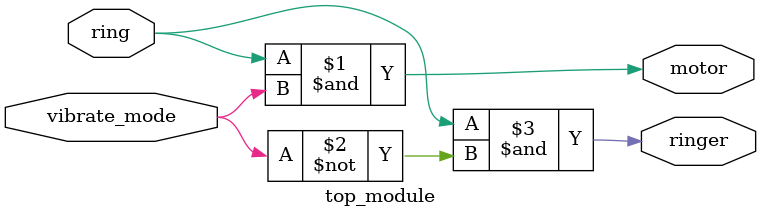
<source format=v>
module top_module (
    input ring,
    input vibrate_mode,
    output ringer,       // Make sound
    output motor         // Vibrate
);
   // always@(*)begin
        //if(
    assign motor = ring & vibrate_mode;
   // assign motor =  ring // | vibrate_motor;
    assign ringer =  ring & ~vibrate_mode;
   // assign motor =   vibrate_motor;
endmodule

</source>
